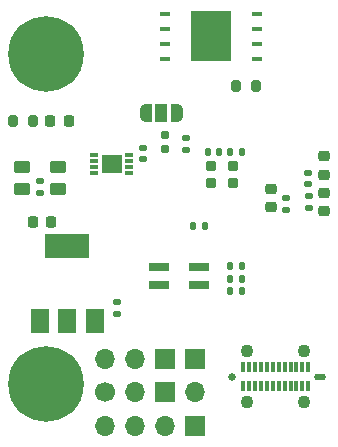
<source format=gts>
G04 #@! TF.GenerationSoftware,KiCad,Pcbnew,7.0.7*
G04 #@! TF.CreationDate,2023-09-05T00:02:02-07:00*
G04 #@! TF.ProjectId,Memory Board,4d656d6f-7279-4204-926f-6172642e6b69,rev?*
G04 #@! TF.SameCoordinates,Original*
G04 #@! TF.FileFunction,Soldermask,Top*
G04 #@! TF.FilePolarity,Negative*
%FSLAX46Y46*%
G04 Gerber Fmt 4.6, Leading zero omitted, Abs format (unit mm)*
G04 Created by KiCad (PCBNEW 7.0.7) date 2023-09-05 00:02:02*
%MOMM*%
%LPD*%
G01*
G04 APERTURE LIST*
G04 Aperture macros list*
%AMRoundRect*
0 Rectangle with rounded corners*
0 $1 Rounding radius*
0 $2 $3 $4 $5 $6 $7 $8 $9 X,Y pos of 4 corners*
0 Add a 4 corners polygon primitive as box body*
4,1,4,$2,$3,$4,$5,$6,$7,$8,$9,$2,$3,0*
0 Add four circle primitives for the rounded corners*
1,1,$1+$1,$2,$3*
1,1,$1+$1,$4,$5*
1,1,$1+$1,$6,$7*
1,1,$1+$1,$8,$9*
0 Add four rect primitives between the rounded corners*
20,1,$1+$1,$2,$3,$4,$5,0*
20,1,$1+$1,$4,$5,$6,$7,0*
20,1,$1+$1,$6,$7,$8,$9,0*
20,1,$1+$1,$8,$9,$2,$3,0*%
%AMFreePoly0*
4,1,19,0.550000,-0.750000,0.000000,-0.750000,0.000000,-0.744911,-0.071157,-0.744911,-0.207708,-0.704816,-0.327430,-0.627875,-0.420627,-0.520320,-0.479746,-0.390866,-0.500000,-0.250000,-0.500000,0.250000,-0.479746,0.390866,-0.420627,0.520320,-0.327430,0.627875,-0.207708,0.704816,-0.071157,0.744911,0.000000,0.744911,0.000000,0.750000,0.550000,0.750000,0.550000,-0.750000,0.550000,-0.750000,
$1*%
%AMFreePoly1*
4,1,19,0.000000,0.744911,0.071157,0.744911,0.207708,0.704816,0.327430,0.627875,0.420627,0.520320,0.479746,0.390866,0.500000,0.250000,0.500000,-0.250000,0.479746,-0.390866,0.420627,-0.520320,0.327430,-0.627875,0.207708,-0.704816,0.071157,-0.744911,0.000000,-0.744911,0.000000,-0.750000,-0.550000,-0.750000,-0.550000,0.750000,0.000000,0.750000,0.000000,0.744911,0.000000,0.744911,
$1*%
G04 Aperture macros list end*
%ADD10RoundRect,0.140000X0.140000X0.170000X-0.140000X0.170000X-0.140000X-0.170000X0.140000X-0.170000X0*%
%ADD11RoundRect,0.140000X-0.140000X-0.170000X0.140000X-0.170000X0.140000X0.170000X-0.140000X0.170000X0*%
%ADD12RoundRect,0.225000X0.250000X-0.225000X0.250000X0.225000X-0.250000X0.225000X-0.250000X-0.225000X0*%
%ADD13C,3.600000*%
%ADD14C,6.400000*%
%ADD15RoundRect,0.200000X0.250000X-0.200000X0.250000X0.200000X-0.250000X0.200000X-0.250000X-0.200000X0*%
%ADD16R,1.800000X0.800000*%
%ADD17RoundRect,0.225000X-0.250000X0.225000X-0.250000X-0.225000X0.250000X-0.225000X0.250000X0.225000X0*%
%ADD18RoundRect,0.135000X0.135000X0.185000X-0.135000X0.185000X-0.135000X-0.185000X0.135000X-0.185000X0*%
%ADD19RoundRect,0.140000X0.170000X-0.140000X0.170000X0.140000X-0.170000X0.140000X-0.170000X-0.140000X0*%
%ADD20C,0.660000*%
%ADD21O,1.000000X0.580000*%
%ADD22R,0.300000X0.850000*%
%ADD23C,1.100000*%
%ADD24RoundRect,0.140000X-0.170000X0.140000X-0.170000X-0.140000X0.170000X-0.140000X0.170000X0.140000X0*%
%ADD25C,1.700000*%
%ADD26O,1.700000X1.700000*%
%ADD27R,1.700000X1.700000*%
%ADD28RoundRect,0.160000X-0.160000X0.197500X-0.160000X-0.197500X0.160000X-0.197500X0.160000X0.197500X0*%
%ADD29RoundRect,0.218750X0.218750X0.256250X-0.218750X0.256250X-0.218750X-0.256250X0.218750X-0.256250X0*%
%ADD30R,0.950000X0.450000*%
%ADD31R,3.450000X4.350000*%
%ADD32RoundRect,0.200000X-0.200000X-0.275000X0.200000X-0.275000X0.200000X0.275000X-0.200000X0.275000X0*%
%ADD33FreePoly0,180.000000*%
%ADD34R,1.000000X1.500000*%
%ADD35FreePoly1,180.000000*%
%ADD36R,1.500000X2.000000*%
%ADD37R,3.800000X2.000000*%
%ADD38RoundRect,0.250000X0.450000X-0.262500X0.450000X0.262500X-0.450000X0.262500X-0.450000X-0.262500X0*%
%ADD39R,0.750000X0.300000*%
%ADD40R,1.800000X1.650000*%
%ADD41RoundRect,0.250000X-0.450000X0.262500X-0.450000X-0.262500X0.450000X-0.262500X0.450000X0.262500X0*%
%ADD42RoundRect,0.135000X-0.135000X-0.185000X0.135000X-0.185000X0.135000X0.185000X-0.135000X0.185000X0*%
%ADD43RoundRect,0.225000X0.225000X0.250000X-0.225000X0.250000X-0.225000X-0.250000X0.225000X-0.250000X0*%
G04 APERTURE END LIST*
D10*
X45181601Y-38711800D03*
X44221601Y-38711800D03*
D11*
X42954000Y-45034200D03*
X43914000Y-45034200D03*
D12*
X54060000Y-40670000D03*
X54060000Y-39120000D03*
D13*
X30480000Y-58420000D03*
D14*
X30480000Y-58420000D03*
D15*
X44450000Y-41378800D03*
X46300000Y-41378800D03*
X46300000Y-39928800D03*
X44450000Y-39928800D03*
D16*
X40059400Y-48487200D03*
X43459400Y-48487200D03*
X40059400Y-49987200D03*
X43459400Y-49987200D03*
D17*
X54055000Y-42205200D03*
X54055000Y-43755200D03*
D11*
X46111600Y-38711800D03*
X47071600Y-38711800D03*
D18*
X47066528Y-48431565D03*
X46046528Y-48431565D03*
D19*
X36474400Y-52420400D03*
X36474400Y-51460400D03*
D13*
X30480000Y-30480000D03*
D14*
X30480000Y-30480000D03*
D20*
X46199400Y-57759600D03*
D21*
X53699400Y-57759600D03*
D22*
X47199400Y-56924600D03*
X47699400Y-56924600D03*
X48199400Y-56924600D03*
X48699400Y-56924600D03*
X49199400Y-56924600D03*
X49699400Y-56924600D03*
X50199400Y-56924600D03*
X50699400Y-56924600D03*
X51199400Y-56924600D03*
X51699400Y-56924600D03*
X52199400Y-56924600D03*
X52699400Y-56924600D03*
X52699400Y-58594600D03*
X52199400Y-58594600D03*
X51699400Y-58594600D03*
X51199400Y-58594600D03*
X50699400Y-58594600D03*
X50199400Y-58594600D03*
X49699400Y-58594600D03*
X49199400Y-58594600D03*
X48699400Y-58594600D03*
X48199400Y-58594600D03*
X47699400Y-58594600D03*
X47199400Y-58594600D03*
D23*
X47549400Y-55609600D03*
X47549400Y-59909600D03*
X52349400Y-55609600D03*
X52349400Y-59909600D03*
D24*
X30022800Y-41226800D03*
X30022800Y-42186800D03*
D19*
X50790000Y-43620000D03*
X50790000Y-42660000D03*
D25*
X35480000Y-59090000D03*
D26*
X38020000Y-59090000D03*
D27*
X40560000Y-59090000D03*
D26*
X43100000Y-59090000D03*
D19*
X38709600Y-39367400D03*
X38709600Y-38407400D03*
D12*
X49530000Y-43390000D03*
X49530000Y-41840000D03*
D28*
X40540000Y-37332500D03*
X40540000Y-38527500D03*
D27*
X43080000Y-56230000D03*
X40540000Y-56230000D03*
D26*
X38000000Y-56230000D03*
X35460000Y-56230000D03*
D27*
X43090000Y-61970000D03*
D26*
X40550000Y-61970000D03*
X38010000Y-61970000D03*
X35470000Y-61970000D03*
D18*
X47066528Y-50496319D03*
X46046528Y-50496319D03*
D29*
X32417500Y-36160000D03*
X30842500Y-36160000D03*
D19*
X52700000Y-41480000D03*
X52700000Y-40520000D03*
D30*
X48365479Y-30853636D03*
X48365479Y-29583636D03*
X48365479Y-28313636D03*
X48365479Y-27043636D03*
X40565479Y-27043636D03*
X40565479Y-28313636D03*
X40565479Y-29583636D03*
X40565479Y-30853636D03*
D31*
X44465479Y-28948636D03*
D32*
X46596800Y-33121600D03*
X48246800Y-33121600D03*
D33*
X41560000Y-35480000D03*
D34*
X40260000Y-35480000D03*
D35*
X38960000Y-35480000D03*
D36*
X30008800Y-53035200D03*
X32308800Y-53035200D03*
D37*
X32308800Y-46735200D03*
D36*
X34608800Y-53035200D03*
D38*
X28498800Y-41880800D03*
X28498800Y-40055800D03*
D24*
X52730000Y-42500000D03*
X52730000Y-43460000D03*
D39*
X37542600Y-40501000D03*
X37542600Y-40001000D03*
X37542600Y-39501000D03*
X37542600Y-39001000D03*
X34542600Y-39001000D03*
X34542600Y-39501000D03*
X34542600Y-40001000D03*
X34542600Y-40501000D03*
D40*
X36042600Y-39751000D03*
D32*
X27731599Y-36160000D03*
X29381599Y-36160000D03*
D41*
X31546800Y-40034200D03*
X31546800Y-41859200D03*
D24*
X42316400Y-37594600D03*
X42316400Y-38554600D03*
D42*
X46046525Y-49463942D03*
X47066525Y-49463942D03*
D43*
X30943801Y-44676000D03*
X29393801Y-44676000D03*
M02*

</source>
